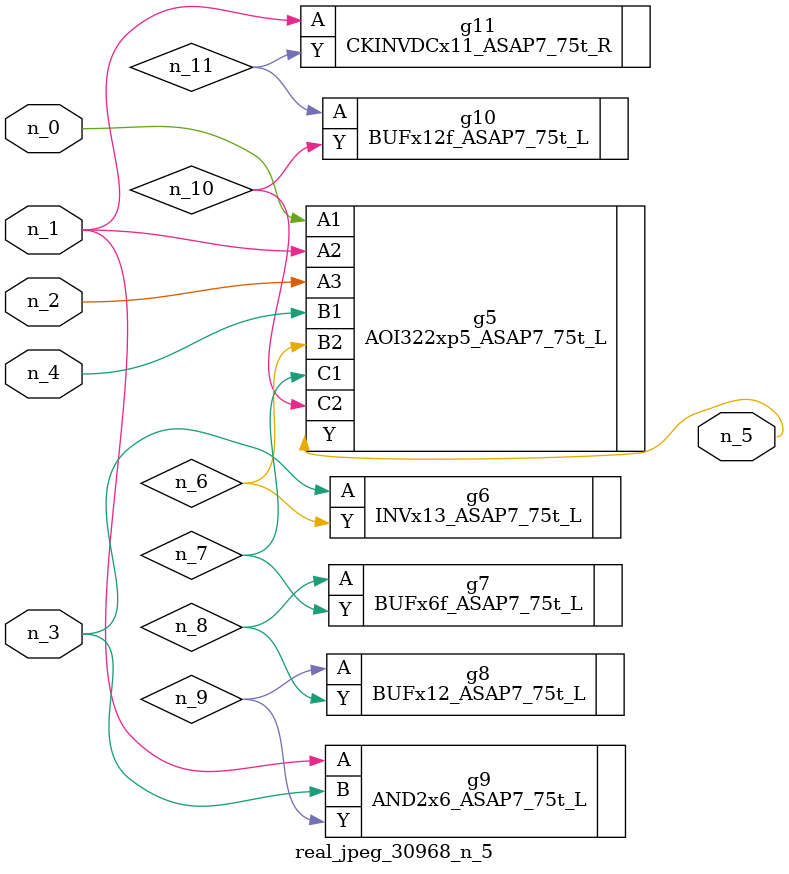
<source format=v>
module real_jpeg_30968_n_5 (n_4, n_0, n_1, n_2, n_3, n_5);

input n_4;
input n_0;
input n_1;
input n_2;
input n_3;

output n_5;

wire n_8;
wire n_11;
wire n_6;
wire n_7;
wire n_10;
wire n_9;

AOI322xp5_ASAP7_75t_L g5 ( 
.A1(n_0),
.A2(n_1),
.A3(n_2),
.B1(n_4),
.B2(n_6),
.C1(n_7),
.C2(n_10),
.Y(n_5)
);

AND2x6_ASAP7_75t_L g9 ( 
.A(n_1),
.B(n_3),
.Y(n_9)
);

CKINVDCx11_ASAP7_75t_R g11 ( 
.A(n_1),
.Y(n_11)
);

INVx13_ASAP7_75t_L g6 ( 
.A(n_3),
.Y(n_6)
);

BUFx6f_ASAP7_75t_L g7 ( 
.A(n_8),
.Y(n_7)
);

BUFx12_ASAP7_75t_L g8 ( 
.A(n_9),
.Y(n_8)
);

BUFx12f_ASAP7_75t_L g10 ( 
.A(n_11),
.Y(n_10)
);


endmodule
</source>
